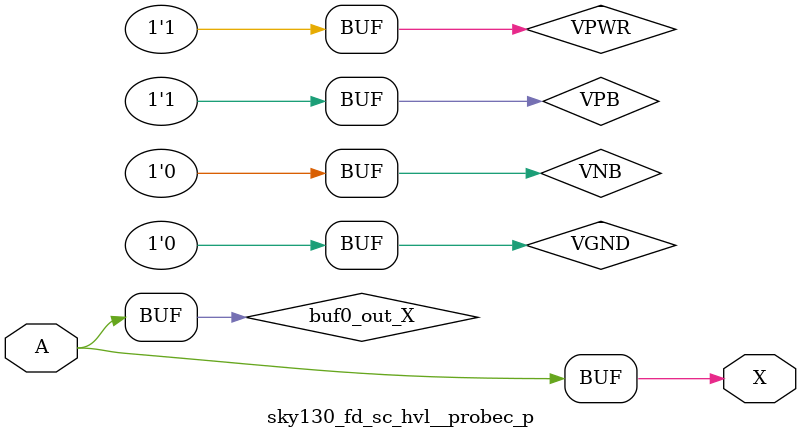
<source format=v>
/*
 * Copyright 2020 The SkyWater PDK Authors
 *
 * Licensed under the Apache License, Version 2.0 (the "License");
 * you may not use this file except in compliance with the License.
 * You may obtain a copy of the License at
 *
 *     https://www.apache.org/licenses/LICENSE-2.0
 *
 * Unless required by applicable law or agreed to in writing, software
 * distributed under the License is distributed on an "AS IS" BASIS,
 * WITHOUT WARRANTIES OR CONDITIONS OF ANY KIND, either express or implied.
 * See the License for the specific language governing permissions and
 * limitations under the License.
 *
 * SPDX-License-Identifier: Apache-2.0
*/


`ifndef SKY130_FD_SC_HVL__PROBEC_P_BEHAVIORAL_V
`define SKY130_FD_SC_HVL__PROBEC_P_BEHAVIORAL_V

/**
 * probec_p: Virtual current probe point.
 *
 * Verilog simulation functional model.
 */

`timescale 1ns / 1ps
`default_nettype none

`celldefine
module sky130_fd_sc_hvl__probec_p (
    X,
    A
);

    // Module ports
    output X;
    input  A;

    // Module supplies
    supply1 VPWR;
    supply0 VGND;
    supply1 VPB ;
    supply0 VNB ;

    // Local signals
    wire buf0_out_X;

    //  Name  Output      Other arguments
    buf buf0 (buf0_out_X, A              );
    buf buf1 (X         , buf0_out_X     );

endmodule
`endcelldefine

`default_nettype wire
`endif  // SKY130_FD_SC_HVL__PROBEC_P_BEHAVIORAL_V
</source>
